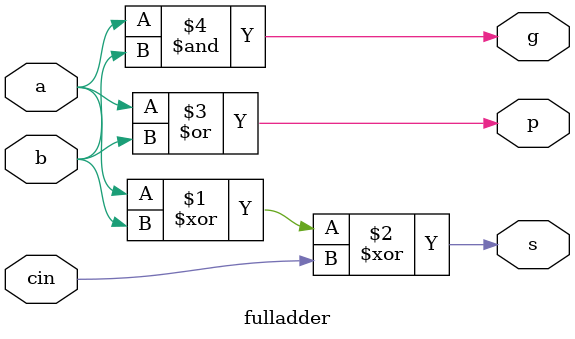
<source format=v>
`timescale 1ns / 1ps


module fulladder(
    input wire b, // number 1
    input wire a, // number 2
    input wire cin,     // carry in 
    output wire s, // sum
    output wire p, 
    output wire g
    );

// delay parameters
parameter AND_DELAY = 2;
parameter XOR_DELAY = 2;
parameter INV_DELAY = 2;

// full adder for carry-lookahead
xor #(XOR_DELAY) sum (s, a, b, cin);
or #(AND_DELAY) pro (p, a, b);
and #(AND_DELAY) gen (g, a, b);

endmodule
</source>
